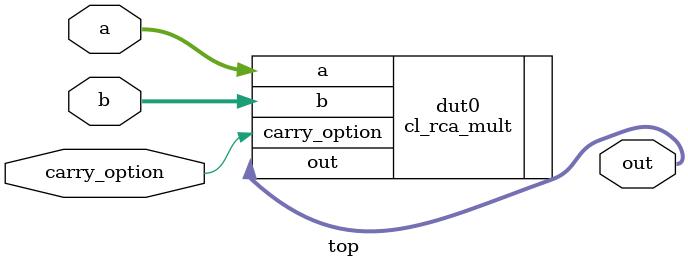
<source format=v>
module top #( parameter DATA_WIDTH = 32) (
    input carry_option,
    input [DATA_WIDTH-1:0] a,
    input [DATA_WIDTH-1:0] b,
    output [2*DATA_WIDTH-1:0] out
);

    cl_rca_mult #(DATA_WIDTH) dut0(
        .carry_option(carry_option),
        .a(a),
        .b(b),
        .out(out)
    );

endmodule
</source>
